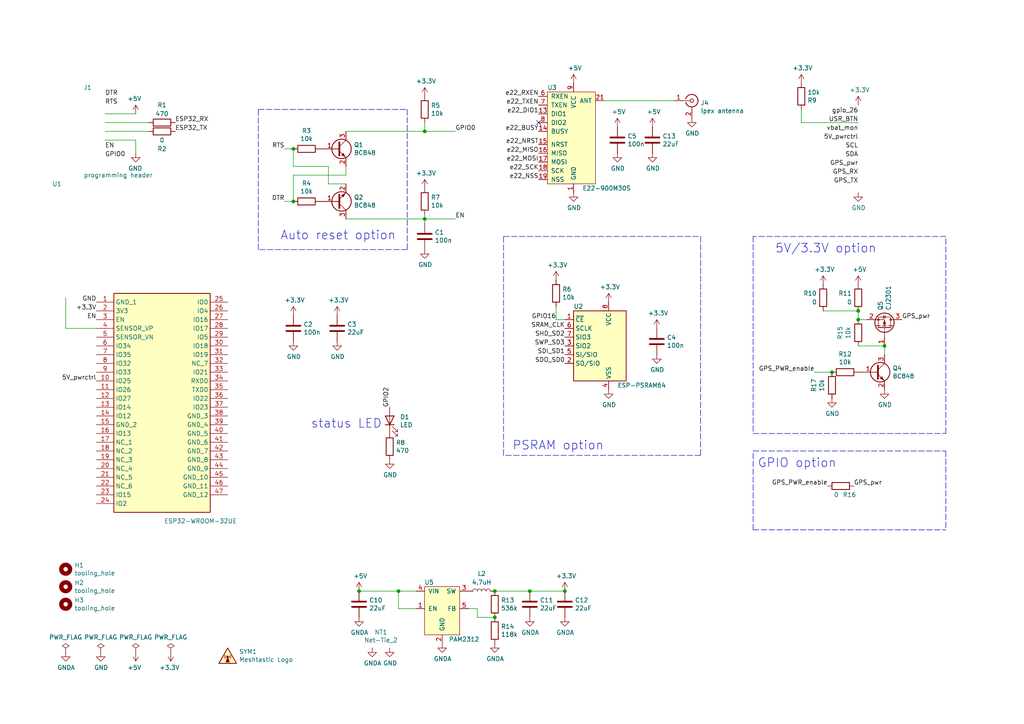
<source format=kicad_sch>
(kicad_sch (version 20231120) (generator "eeschema") (generator_version "8.0")
  (paper "A4")
  (title_block (title "Meshtastic DIY 1W board") (date "2022-01-06") (rev "2.1"))
  (lib_symbols
    (symbol "Connector:Conn_Coaxial" (pin_names (offset 1.016) hide)
      (property "Reference" "J" (at 0.254 3.048 0))
      (property "Value" "Conn_Coaxial" (at 2.921 0 90))
      (symbol "Conn_Coaxial_0_1"
        (arc (start -1.778 -0.508) (mid 0.2311 -1.8066) (end 1.778 0) (stroke (width 0.254)))
        (polyline (pts (xy -2.54 0) (xy -0.508 0)))
        (polyline (pts (xy 0 -2.54) (xy 0 -1.778)))
        (circle (center 0 0) (radius 0.508) (stroke (width 0.2032)))
        (arc (start 1.778 0) (mid 0.2099 1.8101) (end -1.778 0.508) (stroke (width 0.254)))
      )
      (symbol "Conn_Coaxial_1_1"
        (pin passive line (at -5.08 0 0) (length 2.54) (name "In") (number "1"))
        (pin passive line (at 0 -5.08 90) (length 2.54) (name "Ext") (number "2"))
      )
    )
    (symbol "Device:C" (pin_numbers hide) (pin_names (offset 0.254))
      (property "Reference" "C" (at 0.635 2.54 0))
      (property "Value" "C" (at 0.635 -2.54 0))
      (symbol "C_0_1"
        (polyline (pts (xy -2.032 -0.762) (xy 2.032 -0.762)) (stroke (width 0.508)))
        (polyline (pts (xy -2.032 0.762) (xy 2.032 0.762)) (stroke (width 0.508)))
      )
      (symbol "C_1_1"
        (pin passive line (at 0 3.81 270) (length 2.794) (name "~") (number "1"))
        (pin passive line (at 0 -3.81 90) (length 2.794) (name "~") (number "2"))
      )
    )
    (symbol "Device:L" (pin_numbers hide) (pin_names (offset 1.016) hide)
      (property "Reference" "L2" (at 5.08 0 90))
      (property "Value" "4.7uH" (at 2.54 0 90))
      (symbol "L_0_1"
        (arc (start 0 -2.54) (mid 0.6323 -1.905) (end 0 -1.27))
        (arc (start 0 -1.27) (mid 0.6323 -0.635) (end 0 0))
        (arc (start 0 0) (mid 0.6323 0.635) (end 0 1.27))
        (arc (start 0 1.27) (mid 0.6323 1.905) (end 0 2.54))
      )
      (symbol "L_1_1"
        (pin passive line (at 0 3.81 270) (length 1.27) (name "1") (number "1"))
        (pin passive line (at 0 -3.81 90) (length 1.27) (name "2") (number "2"))
      )
    )
    (symbol "Device:LED" (pin_numbers hide) (pin_names (offset 1.016) hide)
      (property "Reference" "D" (at 0 2.54 0))
      (property "Value" "LED" (at 0 -2.54 0))
      (symbol "LED_0_1"
        (polyline (pts (xy -1.27 -1.27) (xy -1.27 1.27)) (stroke (width 0.254)))
        (polyline (pts (xy -1.27 0) (xy 1.27 0)))
        (polyline (pts (xy 1.27 -1.27) (xy 1.27 1.27) (xy -1.27 0) (xy 1.27 -1.27)) (stroke (width 0.254)))
        (polyline (pts (xy -3.048 -0.762) (xy -4.572 -2.286) (xy -3.81 -2.286) (xy -4.572 -2.286) (xy -4.572 -1.524)))
        (polyline (pts (xy -1.778 -0.762) (xy -3.302 -2.286) (xy -2.54 -2.286) (xy -3.302 -2.286) (xy -3.302 -1.524)))
      )
      (symbol "LED_1_1"
        (pin passive line (at -3.81 0 0) (length 2.54) (name "K") (number "1"))
        (pin passive line (at 3.81 0 180) (length 2.54) (name "A") (number "2"))
      )
    )
    (symbol "Device:Q_PMOS_GSD" (pin_names (offset 0) hide)
      (property "Reference" "Q" (at 5.08 1.27 0))
      (property "Value" "Q_PMOS_GSD" (at 5.08 -1.27 0))
      (symbol "Q_PMOS_GSD_0_1"
        (polyline (pts (xy 0.254 0) (xy -2.54 0)))
        (polyline (pts (xy 0.254 1.905) (xy 0.254 -1.905)) (stroke (width 0.254)))
        (polyline (pts (xy 0.762 -1.27) (xy 0.762 -2.286)) (stroke (width 0.254)))
        (polyline (pts (xy 0.762 0.508) (xy 0.762 -0.508)) (stroke (width 0.254)))
        (polyline (pts (xy 0.762 2.286) (xy 0.762 1.27)) (stroke (width 0.254)))
        (polyline (pts (xy 2.54 2.54) (xy 2.54 1.778)))
        (polyline (pts (xy 2.54 -2.54) (xy 2.54 0) (xy 0.762 0)))
        (polyline (pts (xy 0.762 1.778) (xy 3.302 1.778) (xy 3.302 -1.778) (xy 0.762 -1.778)))
        (polyline (pts (xy 2.286 0) (xy 1.27 0.381) (xy 1.27 -0.381) (xy 2.286 0)) (fill (type outline)))
        (polyline (pts (xy 2.794 -0.508) (xy 2.921 -0.381) (xy 3.683 -0.381) (xy 3.81 -0.254)))
        (polyline (pts (xy 3.302 -0.381) (xy 2.921 0.254) (xy 3.683 0.254) (xy 3.302 -0.381)))
        (circle (center 1.651 0) (radius 2.794) (stroke (width 0.254)))
        (circle (center 2.54 -1.778) (radius 0.254) (fill (type outline)))
        (circle (center 2.54 1.778) (radius 0.254) (fill (type outline)))
      )
      (symbol "Q_PMOS_GSD_1_1"
        (pin input line (at -5.08 0 0) (length 2.54) (name "G") (number "1"))
        (pin passive line (at 2.54 -5.08 90) (length 2.54) (name "S") (number "2"))
        (pin passive line (at 2.54 5.08 270) (length 2.54) (name "D") (number "3"))
      )
    )
    (symbol "Device:R" (pin_numbers hide) (pin_names (offset 0))
      (property "Reference" "R" (at 2.032 0 90))
      (property "Value" "R" (at 0 0 90))
      (symbol "R_0_1"
        (rectangle (start -1.016 -2.54) (end 1.016 2.54) (stroke (width 0.254)))
      )
      (symbol "R_1_1"
        (pin passive line (at 0 3.81 270) (length 1.27) (name "~") (number "1"))
        (pin passive line (at 0 -3.81 90) (length 1.27) (name "~") (number "2"))
      )
    )
    (symbol "Graphic:SYM_Radio_Waves_Small" (in_bom no) (on_board no)
      (symbol "SYM_Radio_Waves_Small_0_1"
        (arc (start -0.762 0.508) (mid -0.9158 0) (end -0.762 -0.508))
        (arc (start -0.508 0.254) (mid -0.568 0) (end -0.508 -0.254))
        (polyline (pts (xy -2.54 -1.905) (xy 2.54 -1.905) (xy 0 2.54) (xy -2.54 -1.905)) (stroke (width 0.254)) (fill (type background)))
        (polyline (pts (xy -0.508 -1.524) (xy 0.508 -1.524) (xy 0 0) (xy -0.508 -1.524)) (fill (type outline)))
        (circle (center 0 0) (radius 0.254) (fill (type outline)))
        (arc (start 0.508 -0.254) (mid 0.568 0) (end 0.508 0.254))
        (arc (start 0.762 -0.508) (mid 0.9158 0) (end 0.762 0.508))
      )
    )
    (symbol "Mechanical:MountingHole" (pin_names (offset 1.016)) (exclude_from_sim yes) (in_bom no)
      (property "Reference" "H" (at 0 5.08 0))
      (property "Value" "MountingHole" (at 0 3.175 0))
      (symbol "MountingHole_0_1"
        (circle (center 0 0) (radius 1.27) (stroke (width 1.27)))
      )
    )
    (symbol "Memory_RAM:ESP-PSRAM32"
      (property "Reference" "U" (at 3.81 11.43 0))
      (property "Value" "ESP-PSRAM32" (at -1.27 -11.43 0))
      (symbol "ESP-PSRAM32_0_1"
        (rectangle (start -7.62 10.16) (end 7.62 -10.16) (stroke (width 0.254)) (fill (type background)))
      )
      (symbol "ESP-PSRAM32_1_1"
        (pin input line (at 10.16 7.62 180) (length 2.54) (name "~{CE}") (number "1"))
        (pin output line (at 10.16 -5.08 180) (length 2.54) (name "SO/SIO") (number "2"))
        (pin bidirectional line (at 10.16 0 180) (length 2.54) (name "SIO2") (number "3"))
        (pin power_in line (at -2.54 -12.7 90) (length 2.54) (name "VSS") (number "4"))
        (pin input line (at 10.16 -2.54 180) (length 2.54) (name "SI/SIO") (number "5"))
        (pin output line (at 10.16 5.08 180) (length 2.54) (name "SCLK") (number "6"))
        (pin bidirectional line (at 10.16 2.54 180) (length 2.54) (name "SIO3") (number "7"))
        (pin power_in line (at -2.54 12.7 270) (length 2.54) (name "VCC") (number "8"))
      )
    )
    (symbol "SamacSys_Parts:ESP32-WROOM-32UE-N8"
      (property "Reference" "IC" (at 34.29 7.62 0))
      (property "Value" "ESP32-WROOM-32UE-N8" (at 34.29 5.08 0))
      (symbol "ESP32-WROOM-32UE-N8_1_1"
        (rectangle (start 5.08 2.54) (end 33.02 -60.96) (stroke (width 0.254)) (fill (type background)))
        (pin passive line (at 0 0 0) (length 5.08) (name "GND_1") (number "1"))
        (pin passive line (at 0 -22.86 0) (length 5.08) (name "IO25") (number "10"))
        (pin passive line (at 0 -25.4 0) (length 5.08) (name "IO26") (number "11"))
        (pin passive line (at 0 -27.94 0) (length 5.08) (name "IO27") (number "12"))
        (pin passive line (at 0 -30.48 0) (length 5.08) (name "IO14") (number "13"))
        (pin passive line (at 0 -33.02 0) (length 5.08) (name "IO12") (number "14"))
        (pin passive line (at 0 -35.56 0) (length 5.08) (name "GND_2") (number "15"))
        (pin passive line (at 0 -38.1 0) (length 5.08) (name "IO13") (number "16"))
        (pin passive line (at 0 -40.64 0) (length 5.08) (name "NC_1") (number "17"))
        (pin passive line (at 0 -43.18 0) (length 5.08) (name "NC_2") (number "18"))
        (pin passive line (at 0 -45.72 0) (length 5.08) (name "NC_3") (number "19"))
        (pin passive line (at 0 -2.54 0) (length 5.08) (name "3V3") (number "2"))
        (pin passive line (at 0 -48.26 0) (length 5.08) (name "NC_4") (number "20"))
        (pin passive line (at 0 -50.8 0) (length 5.08) (name "NC_5") (number "21"))
        (pin passive line (at 0 -53.34 0) (length 5.08) (name "NC_6") (number "22"))
        (pin passive line (at 0 -55.88 0) (length 5.08) (name "IO15") (number "23"))
        (pin passive line (at 0 -58.42 0) (length 5.08) (name "IO2") (number "24"))
        (pin passive line (at 38.1 0 180) (length 5.08) (name "IO0") (number "25"))
        (pin passive line (at 38.1 -2.54 180) (length 5.08) (name "IO4") (number "26"))
        (pin passive line (at 38.1 -5.08 180) (length 5.08) (name "IO16") (number "27"))
        (pin passive line (at 38.1 -7.62 180) (length 5.08) (name "IO17") (number "28"))
        (pin passive line (at 38.1 -10.16 180) (length 5.08) (name "IO5") (number "29"))
        (pin passive line (at 0 -5.08 0) (length 5.08) (name "EN") (number "3"))
        (pin passive line (at 38.1 -12.7 180) (length 5.08) (name "IO18") (number "30"))
        (pin passive line (at 38.1 -15.24 180) (length 5.08) (name "IO19") (number "31"))
        (pin passive line (at 38.1 -17.78 180) (length 5.08) (name "NC_7") (number "32"))
        (pin passive line (at 38.1 -20.32 180) (length 5.08) (name "IO21") (number "33"))
        (pin passive line (at 38.1 -22.86 180) (length 5.08) (name "RXD0") (number "34"))
        (pin passive line (at 38.1 -25.4 180) (length 5.08) (name "TXD0") (number "35"))
        (pin passive line (at 38.1 -27.94 180) (length 5.08) (name "IO22") (number "36"))
        (pin passive line (at 38.1 -30.48 180) (length 5.08) (name "IO23") (number "37"))
        (pin passive line (at 38.1 -33.02 180) (length 5.08) (name "GND_3") (number "38"))
        (pin passive line (at 38.1 -35.56 180) (length 5.08) (name "GND_4") (number "39"))
        (pin passive line (at 0 -7.62 0) (length 5.08) (name "SENSOR_VP") (number "4"))
        (pin passive line (at 38.1 -38.1 180) (length 5.08) (name "GND_5") (number "40"))
        (pin passive line (at 38.1 -40.64 180) (length 5.08) (name "GND_6") (number "41"))
        (pin passive line (at 38.1 -43.18 180) (length 5.08) (name "GND_7") (number "42"))
        (pin passive line (at 38.1 -45.72 180) (length 5.08) (name "GND_8") (number "43"))
        (pin passive line (at 38.1 -48.26 180) (length 5.08) (name "GND_9") (number "44"))
        (pin passive line (at 38.1 -50.8 180) (length 5.08) (name "GND_10") (number "45"))
        (pin passive line (at 38.1 -53.34 180) (length 5.08) (name "GND_11") (number "46"))
        (pin passive line (at 38.1 -55.88 180) (length 5.08) (name "GND_12") (number "47"))
        (pin passive line (at 0 -10.16 0) (length 5.08) (name "SENSOR_VN") (number "5"))
        (pin passive line (at 0 -12.7 0) (length 5.08) (name "IO34") (number "6"))
        (pin passive line (at 0 -15.24 0) (length 5.08) (name "IO35") (number "7"))
        (pin passive line (at 0 -17.78 0) (length 5.08) (name "IO32") (number "8"))
        (pin passive line (at 0 -20.32 0) (length 5.08) (name "IO33") (number "9"))
      )
    )
    (symbol "Transistor_BJT:BC848" (pin_names (offset 0) hide)
      (property "Reference" "Q" (at 5.08 1.905 0))
      (property "Value" "BC848" (at 5.08 0 0))
      (symbol "BC848_0_1"
        (polyline (pts (xy 0.635 0.635) (xy 2.54 2.54)))
        (polyline (pts (xy 0.635 -0.635) (xy 2.54 -2.54) (xy 2.54 -2.54)))
        (polyline (pts (xy 0.635 1.905) (xy 0.635 -1.905) (xy 0.635 -1.905)) (stroke (width 0.508)))
        (polyline (pts (xy 1.27 -1.778) (xy 1.778 -1.27) (xy 2.286 -2.286) (xy 1.27 -1.778) (xy 1.27 -1.778)) (fill (type outline)))
        (circle (center 1.27 0) (radius 2.8194) (stroke (width 0.254)))
      )
      (symbol "BC848_1_1"
        (pin input line (at -5.08 0 0) (length 5.715) (name "B") (number "1"))
        (pin passive line (at 2.54 -5.08 90) (length 2.54) (name "E") (number "2"))
        (pin passive line (at 2.54 5.08 270) (length 2.54) (name "C") (number "3"))
      )
    )
    (symbol "custom_parts:E22-900M30S" (pin_names (offset 1.016))
      (property "Reference" "U" (at 5.08 13.97 0))
      (property "Value" "E22-900M30S" (at 5.08 -6.35 90))
      (symbol "E22-900M30S_0_1"
        (rectangle (start -7.62 12.7) (end 6.35 -13.97) (fill (type background)))
      )
      (symbol "E22-900M30S_1_1"
        (pin power_in line (at 0 -16.51 90) (length 2.54) (name "GND") (number "1"))
        (pin power_in line (at 0 15.24 270) (length 2.54) hide (name "VCC") (number "10"))
        (pin power_in line (at 0 -16.51 90) (length 2.54) hide (name "GND") (number "11"))
        (pin power_in line (at 0 -16.51 90) (length 2.54) hide (name "GND") (number "12"))
        (pin bidirectional line (at -10.16 6.35 0) (length 2.54) (name "DIO1") (number "13"))
        (pin output line (at -10.16 1.27 0) (length 2.54) (name "BUSY") (number "14"))
        (pin input line (at -10.16 -2.54 0) (length 2.54) (name "NRST") (number "15"))
        (pin output line (at -10.16 -5.08 0) (length 2.54) (name "MISO") (number "16"))
        (pin input line (at -10.16 -7.62 0) (length 2.54) (name "MOSI") (number "17"))
        (pin input line (at -10.16 -10.16 0) (length 2.54) (name "SCK") (number "18"))
        (pin input line (at -10.16 -12.7 0) (length 2.54) (name "NSS") (number "19"))
        (pin power_in line (at 0 -16.51 90) (length 2.54) hide (name "GND") (number "2"))
        (pin power_in line (at 0 -16.51 90) (length 2.54) hide (name "GND") (number "20"))
        (pin power_out line (at 8.89 10.16 180) (length 2.54) (name "ANT") (number "21"))
        (pin power_in line (at 0 -16.51 90) (length 2.54) hide (name "GND") (number "22"))
        (pin power_in line (at 0 -16.51 90) (length 2.54) hide (name "GND") (number "3"))
        (pin power_in line (at 0 -16.51 90) (length 2.54) hide (name "GND") (number "4"))
        (pin power_in line (at 0 -16.51 90) (length 2.54) hide (name "GND") (number "5"))
        (pin input line (at -10.16 11.43 0) (length 2.54) (name "RXEN") (number "6"))
        (pin input line (at -10.16 8.89 0) (length 2.54) (name "TXEN") (number "7"))
        (pin bidirectional line (at -10.16 3.81 0) (length 2.54) (name "DIO2") (number "8"))
        (pin power_in line (at 0 15.24 270) (length 2.54) (name "VCC") (number "9"))
      )
    )
    (symbol "custom_parts:PAM2312" (pin_names (offset 1.016))
      (property "Reference" "U" (at -3.81 12.7 0))
      (property "Value" "PAM2312" (at 6.35 -5.08 0))
      (symbol "PAM2312_0_1"
        (rectangle (start -5.08 10.16) (end 5.08 -3.81) (fill (type background)))
      )
      (symbol "PAM2312_1_1"
        (pin input line (at -7.62 3.81 0) (length 2.54) (name "EN") (number "1"))
        (pin power_in line (at 0 -6.35 90) (length 2.54) (name "GND") (number "2"))
        (pin output line (at 7.62 8.89 180) (length 2.54) (name "SW") (number "3"))
        (pin power_in line (at -7.62 8.89 0) (length 2.54) (name "VIN") (number "4"))
        (pin input line (at 7.62 3.81 180) (length 2.54) (name "FB") (number "5"))
      )
    )
    (symbol "power:+3.3V" (power) (pin_numbers hide) (pin_names (offset 0) hide)
      (property "Value" "+3.3V" (at 0 3.556 0))
      (symbol "+3.3V_0_1"
        (polyline (pts (xy -0.762 1.27) (xy 0 2.54)))
        (polyline (pts (xy 0 0) (xy 0 2.54)))
        (polyline (pts (xy 0 2.54) (xy 0.762 1.27)))
      )
      (symbol "+3.3V_1_1"
        (pin power_in line (at 0 0 90) (length 0) (name "~") (number "1"))
      )
    )
    (symbol "power:+5V" (power) (pin_numbers hide) (pin_names (offset 0) hide)
      (property "Value" "+5V" (at 0 3.556 0))
      (symbol "+5V_0_1"
        (polyline (pts (xy -0.762 1.27) (xy 0 2.54)))
        (polyline (pts (xy 0 0) (xy 0 2.54)))
        (polyline (pts (xy 0 2.54) (xy 0.762 1.27)))
      )
      (symbol "+5V_1_1"
        (pin power_in line (at 0 0 90) (length 0) (name "~") (number "1"))
      )
    )
    (symbol "power:GND" (power) (pin_numbers hide) (pin_names (offset 0) hide)
      (property "Value" "GND" (at 0 -3.81 0))
      (symbol "GND_0_1"
        (polyline (pts (xy 0 0) (xy 0 -1.27) (xy 1.27 -1.27) (xy 0 -2.54) (xy -1.27 -1.27) (xy 0 -1.27)))
      )
      (symbol "GND_1_1"
        (pin power_in line (at 0 0 270) (length 0) (name "~") (number "1"))
      )
    )
    (symbol "power:GNDA" (power) (pin_numbers hide) (pin_names (offset 0) hide)
      (property "Value" "GNDA" (at 0 -3.81 0))
      (symbol "GNDA_0_1"
        (polyline (pts (xy 0 0) (xy 0 -1.27) (xy 1.27 -1.27) (xy 0 -2.54) (xy -1.27 -1.27) (xy 0 -1.27)))
      )
      (symbol "GNDA_1_1"
        (pin power_in line (at 0 0 270) (length 0) (name "~") (number "1"))
      )
    )
    (symbol "power:PWR_FLAG" (power) (pin_numbers hide) (pin_names (offset 0) hide)
      (property "Value" "PWR_FLAG" (at 0 3.81 0))
      (symbol "PWR_FLAG_0_0"
        (pin power_out line (at 0 0 90) (length 0) (name "~") (number "1"))
      )
      (symbol "PWR_FLAG_0_1"
        (polyline (pts (xy 0 0) (xy 0 1.27) (xy -1.016 1.905) (xy 0 2.54) (xy 1.016 1.905) (xy 0 1.27)))
      )
    )
  )
  (junction (at 115.57 171.45))
  (junction (at 163.83 171.45))
  (junction (at 143.51 179.07))
  (junction (at 256.54 100.33))
  (junction (at 85.09 58.42))
  (junction (at 123.19 63.5))
  (junction (at 153.67 171.45))
  (junction (at 85.09 43.18))
  (junction (at 248.92 90.17))
  (junction (at 123.19 38.1))
  (junction (at 248.92 92.71))
  (junction (at 143.51 171.45))
  (junction (at 241.3 107.95))
  (junction (at 104.14 171.45))
  (no_connect (at 156.21 35.56))
  (wire (pts (xy 132.08 38.1) (xy 123.19 38.1)))
  (polyline (pts (xy 203.2 132.08) (xy 146.05 132.08)) (stroke (width 0) (type dash)))
  (wire (pts (xy 248.92 35.56) (xy 232.41 35.56)))
  (polyline (pts (xy 218.44 130.81) (xy 274.32 130.81)) (stroke (width 0) (type dash)))
  (wire (pts (xy 27.94 95.25) (xy 19.05 95.25)))
  (wire (pts (xy 123.19 63.5) (xy 132.08 63.5)))
  (wire (pts (xy 82.55 58.42) (xy 85.09 58.42)))
  (wire (pts (xy 236.22 107.95) (xy 241.3 107.95)))
  (polyline (pts (xy 203.2 68.58) (xy 203.2 132.08)) (stroke (width 0) (type dash)))
  (polyline (pts (xy 274.32 68.58) (xy 218.44 68.58)) (stroke (width 0) (type dash)))
  (wire (pts (xy 82.55 43.18) (xy 85.09 43.18)))
  (wire (pts (xy 138.43 176.53) (xy 138.43 179.07)))
  (wire (pts (xy 85.09 50.8) (xy 85.09 58.42)))
  (wire (pts (xy 123.19 62.23) (xy 123.19 63.5)))
  (wire (pts (xy 85.09 48.26) (xy 95.25 48.26)))
  (wire (pts (xy 95.25 48.26) (xy 95.25 53.34)))
  (wire (pts (xy 248.92 100.33) (xy 256.54 100.33)))
  (polyline (pts (xy 146.05 132.08) (xy 146.05 68.58)) (stroke (width 0) (type dash)))
  (wire (pts (xy 85.09 43.18) (xy 85.09 48.26)))
  (wire (pts (xy 30.48 38.1) (xy 43.18 38.1)))
  (wire (pts (xy 153.67 171.45) (xy 163.83 171.45)))
  (wire (pts (xy 115.57 176.53) (xy 115.57 171.45)))
  (wire (pts (xy 100.33 48.26) (xy 100.33 50.8)))
  (wire (pts (xy 85.09 50.8) (xy 100.33 50.8)))
  (wire (pts (xy 39.37 40.64) (xy 30.48 40.64)))
  (wire (pts (xy 115.57 171.45) (xy 120.65 171.45)))
  (wire (pts (xy 232.41 31.75) (xy 232.41 35.56)))
  (wire (pts (xy 238.76 90.17) (xy 248.92 90.17)))
  (wire (pts (xy 161.29 88.9) (xy 161.29 92.71)))
  (wire (pts (xy 123.19 38.1) (xy 123.19 35.56)))
  (wire (pts (xy 100.33 38.1) (xy 123.19 38.1)))
  (wire (pts (xy 175.26 29.21) (xy 195.58 29.21)))
  (polyline (pts (xy 218.44 68.58) (xy 218.44 125.73)) (stroke (width 0) (type dash)))
  (wire (pts (xy 120.65 176.53) (xy 115.57 176.53)))
  (wire (pts (xy 256.54 100.33) (xy 256.54 102.87)))
  (wire (pts (xy 30.48 35.56) (xy 43.18 35.56)))
  (wire (pts (xy 104.14 171.45) (xy 115.57 171.45)))
  (polyline (pts (xy 74.93 72.39) (xy 74.93 31.75)) (stroke (width 0) (type dash)))
  (wire (pts (xy 19.05 86.36) (xy 19.05 95.25)))
  (polyline (pts (xy 218.44 125.73) (xy 274.32 125.73)) (stroke (width 0) (type dash)))
  (wire (pts (xy 143.51 171.45) (xy 153.67 171.45)))
  (wire (pts (xy 95.25 53.34) (xy 100.33 53.34)))
  (polyline (pts (xy 274.32 130.81) (xy 274.32 153.67)) (stroke (width 0) (type dash)))
  (wire (pts (xy 39.37 33.02) (xy 30.48 33.02)))
  (wire (pts (xy 100.33 63.5) (xy 123.19 63.5)))
  (wire (pts (xy 163.83 92.71) (xy 161.29 92.71)))
  (polyline (pts (xy 146.05 68.58) (xy 203.2 68.58)) (stroke (width 0) (type dash)))
  (wire (pts (xy 39.37 44.45) (xy 39.37 40.64)))
  (wire (pts (xy 138.43 179.07) (xy 143.51 179.07)))
  (wire (pts (xy 123.19 63.5) (xy 123.19 64.77)))
  (polyline (pts (xy 218.44 153.67) (xy 274.32 153.67)) (stroke (width 0) (type dash)))
  (wire (pts (xy 135.89 176.53) (xy 138.43 176.53)))
  (polyline (pts (xy 274.32 125.73) (xy 274.32 68.58)) (stroke (width 0) (type dash)))
  (polyline (pts (xy 118.11 31.75) (xy 118.11 72.39)) (stroke (width 0) (type dash)))
  (polyline (pts (xy 218.44 153.67) (xy 218.44 130.81)) (stroke (width 0) (type dash)))
  (wire (pts (xy 248.92 92.71) (xy 251.46 92.71)))
  (wire (pts (xy 248.92 90.17) (xy 248.92 92.71)))
  (polyline (pts (xy 74.93 31.75) (xy 118.11 31.75)) (stroke (width 0) (type dash)))
  (polyline (pts (xy 118.11 72.39) (xy 74.93 72.39)) (stroke (width 0) (type dash)))
  (text "GPIO option" (at 219.71 135.89 0) (effects (font (size 2.54 2.54)) (justify left bottom)))
  (text "PSRAM option" (at 148.59 130.81 0) (effects (font (size 2.54 2.54)) (justify left bottom)))
  (text "Auto reset option" (at 81.28 69.85 0) (effects (font (size 2.54 2.54)) (justify left bottom)))
  (text "5V/3.3V option" (at 224.79 73.66 0) (effects (font (size 2.54 2.54)) (justify left bottom)))
  (text "status LED\n" (at 90.17 124.46 0) (effects (font (size 2.54 2.54)) (justify left bottom)))
  (label "GPS_RX" (at 248.92 50.8 180))
  (label "e22_RXEN" (at 156.21 27.94 180))
  (label "GPS_TX" (at 248.92 53.34 180))
  (label "GPS_PWR_enable" (at 240.03 140.97 180))
  (label "e22_NRST" (at 156.21 41.91 180))
  (label "gpio_26" (at 248.92 33.02 180))
  (label "e22_TXEN" (at 156.21 30.48 180))
  (label "e22_BUSY" (at 156.21 38.1 180))
  (label "e22_MISO" (at 156.21 44.45 180))
  (label "SDI_SD1" (at 163.83 102.87 180))
  (label "+3.3V" (at 27.94 90.17 180))
  (label "SDO_SD0" (at 163.83 105.41 180))
  (label "GPS_PWR_enable" (at 236.22 107.95 180))
  (label "GPIO16" (at 161.29 92.71 180))
  (label "vbat_mon" (at 248.92 38.1 180))
  (label "ESP32_RX" (at 50.8 35.56 0))
  (label "e22_NSS" (at 156.21 52.07 180))
  (label "e22_DIO1" (at 156.21 33.02 180))
  (label "EN" (at 30.48 43.18 0))
  (label "GPIO2" (at 113.03 118.11 90))
  (label "EN" (at 27.94 92.71 180))
  (label "RTS" (at 82.55 43.18 180))
  (label "EN" (at 132.08 63.5 0))
  (label "SHD_SD2" (at 163.83 97.79 180))
  (label "GPS_pwr" (at 248.92 48.26 180))
  (label "5V_pwrctrl" (at 248.92 40.64 180))
  (label "5V_pwrctrl" (at 27.94 110.49 180))
  (label "GND" (at 27.94 87.63 180))
  (label "SDA" (at 248.92 45.72 180))
  (label "RTS" (at 30.48 30.48 0))
  (label "GPS_pwr" (at 247.65 140.97 0))
  (label "e22_SCK" (at 156.21 49.53 180))
  (label "GPIO0" (at 132.08 38.1 0))
  (label "e22_MOSI" (at 156.21 46.99 180))
  (label "DTR" (at 30.48 27.94 0))
  (label "USR_BTN" (at 248.92 35.56 180))
  (label "ESP32_TX" (at 50.8 38.1 0))
  (label "SCL" (at 248.92 43.18 180))
  (label "DTR" (at 82.55 58.42 180))
  (label "GPS_pwr" (at 261.62 92.71 0))
  (label "SRAM_CLK" (at 163.83 95.25 180))
  (label "GPIO0" (at 30.48 45.72 0))
  (label "SWP_SD3" (at 163.83 100.33 180))
  (symbol (lib_id "SamacSys_Parts:ESP32-WROOM-32UE-N8") (at 27.94 87.63 0) (unit 1)
    (property "Reference" "U1" (at 16.51 53.34 0))
    (property "Value" "ESP32-WROOM-32UE" (at 58.166 151.13 0))
    (property "Footprint" "ESP32WROOM32UEN8" (effects (hide yes)))
    (property "Datasheet" "https://www.espressif.com/sites/default/files/documentation/esp32-wroom-32e_esp32-wroom-32ue_datasheet_en.pdf" (effects (hide yes)))
    (property "Description" "Multiprotocol Modules SMD module ESP32-WROOM-32UE, ESP32-D0WD-V3, ESP32 ECO V3, 8 MB SPI flash, IPEX antenna connector" (effects (hide yes)))
    (property "LCSC#" "C328062" (effects (hide yes)))
    (property "Height" "3.35" (effects (hide yes)))
    (property "Manufacturer_Name" "Espressif Systems" (effects (hide yes)))
    (property "Manufacturer_Part_Number" "ESP32-WROOM-32UE-N8" (effects (hide yes)))
    (property "Mouser Part Number" "356-ESP32WRM32UE64UH" (effects (hide yes)))
    (property "Mouser Price/Stock" "https://www.mouser.co.uk/ProductDetail/Espressif-Systems/ESP32-WROOM-32UE-N8?qs=Li%252BoUPsLEntX6CSaKZB9vw%3D%3D" (effects (hide yes)))
  )
  (symbol (lib_id "Memory_RAM:ESP-PSRAM32") (at 173.99 100.33 0) (mirror y) (unit 1)
    (property "Reference" "U2" (at 166.37 88.9 0) (effects (justify right)))
    (property "Value" "ESP-PSRAM64" (at 179.07 111.76 0) (effects (justify right)))
    (property "Footprint" "Package_SO:SOIC-8_3.9x4.9mm_P1.27mm" (effects (hide yes)))
    (property "LCSC#" "C261881" (effects (hide yes)))
    (property "Config" "-core,-autoprog" (effects (hide yes)))
  )
  (symbol (lib_id "Device:R") (at 161.29 85.09 180) (unit 1)
    (property "Reference" "R6" (at 163.068 83.9216 0) (effects (justify right)))
    (property "Value" "10k" (at 163.068 86.233 0) (effects (justify right)))
    (property "Footprint" "Resistor_SMD:R_0603_1608Metric" (effects (hide yes)))
    (property "LCSC#" "C98220" (effects (hide yes)))
    (property "Config" "-core,-autoprog" (effects (hide yes)))
  )
  (symbol (lib_id "power:+3.3V") (at 161.29 81.28 0) (unit 1)
    (property "Reference" "#PWR05" (effects (hide yes)))
    (property "Value" "+3.3V" (at 161.671 76.8858 0))
  )
  (symbol (lib_id "power:+3.3V") (at 176.53 87.63 0) (unit 1)
    (property "Reference" "#PWR08" (effects (hide yes)))
    (property "Value" "+3.3V" (at 176.911 83.2358 0))
  )
  (symbol (lib_id "power:GND") (at 176.53 113.03 0) (unit 1)
    (property "Reference" "#PWR09" (effects (hide yes)))
    (property "Value" "GND" (at 176.657 117.4242 0))
  )
  (symbol (lib_id "power:GND") (at 166.37 55.88 0) (unit 1)
    (property "Reference" "#PWR014" (effects (hide yes)))
    (property "Value" "GND" (at 166.497 60.2742 0))
  )
  (symbol (lib_id "power:+5V") (at 166.37 24.13 0) (unit 1)
    (property "Reference" "#PWR013" (effects (hide yes)))
    (property "Value" "+5V" (at 166.751 19.7358 0))
  )
  (symbol (lib_id "custom_parts:E22-900M30S") (at 166.37 39.37 0) (unit 1)
    (property "Reference" "U3" (at 158.75 25.4 0) (effects (justify left)))
    (property "Value" "E22-900M30S" (at 168.91 54.61 0) (effects (justify left)))
    (property "Footprint" "meshtastic-diy 1W:e22-900m30s-handsoldering" (effects (hide yes)))
    (property "Datasheet" "https://www.ebyte.com/en/downpdf.aspx?id=453" (effects (hide yes)))
    (property "LCSC#" "C411294" (effects (hide yes)))
  )
  (symbol (lib_id "Transistor_BJT:BC848") (at 97.79 43.18 0) (unit 1)
    (property "Reference" "Q1" (at 102.6414 42.0116 0) (effects (justify left)))
    (property "Value" "BC848" (at 102.6414 44.323 0) (effects (justify left)))
    (property "Footprint" "Package_TO_SOT_SMD:SOT-23" (effects (hide yes)))
    (property "Datasheet" "http://www.infineon.com/dgdl/Infineon-BC847SERIES_BC848SERIES_BC849SERIES_BC850SERIES-DS-v01_01-en.pdf?fileId=db3a304314dca389011541d4630a1657" (effects (hide yes)))
    (property "LCSC#" "C8577" (effects (hide yes)))
    (property "Config" "-core,-psram" (effects (hide yes)))
  )
  (symbol (lib_id "Transistor_BJT:BC848") (at 97.79 58.42 0) (mirror x) (unit 1)
    (property "Reference" "Q2" (at 102.6414 57.2516 0) (effects (justify left)))
    (property "Value" "BC848" (at 102.6414 59.563 0) (effects (justify left)))
    (property "Footprint" "Package_TO_SOT_SMD:SOT-23" (effects (hide yes)))
    (property "Datasheet" "http://www.infineon.com/dgdl/Infineon-BC847SERIES_BC848SERIES_BC849SERIES_BC850SERIES-DS-v01_01-en.pdf?fileId=db3a304314dca389011541d4630a1657" (effects (hide yes)))
    (property "LCSC#" "C8577" (effects (hide yes)))
    (property "Config" "-core,-psram" (effects (hide yes)))
  )
  (symbol (lib_id "Device:R") (at 88.9 43.18 90) (unit 1)
    (property "Reference" "R3" (at 88.9 37.9222 90))
    (property "Value" "10k" (at 88.9 40.2336 90))
    (property "Footprint" "Resistor_SMD:R_0603_1608Metric" (effects (hide yes)))
    (property "LCSC#" "C98220" (effects (hide yes)))
    (property "Config" "-core,-psram" (effects (hide yes)))
  )
  (symbol (lib_id "Device:R") (at 88.9 58.42 90) (unit 1)
    (property "Reference" "R4" (at 88.9 53.1622 90))
    (property "Value" "10k" (at 88.9 55.4736 90))
    (property "Footprint" "Resistor_SMD:R_0603_1608Metric" (effects (hide yes)))
    (property "LCSC#" "C98220" (effects (hide yes)))
    (property "Config" "-core,-psram" (effects (hide yes)))
  )
  (symbol (lib_id "Device:R") (at 123.19 31.75 180) (unit 1)
    (property "Reference" "R5" (at 124.968 30.5816 0) (effects (justify right)))
    (property "Value" "10k" (at 124.968 32.893 0) (effects (justify right)))
    (property "Footprint" "Resistor_SMD:R_0603_1608Metric" (effects (hide yes)))
    (property "LCSC#" "C98220" (effects (hide yes)))
  )
  (symbol (lib_id "power:+3.3V") (at 123.19 27.94 0) (unit 1)
    (property "Reference" "#PWR04" (effects (hide yes)))
    (property "Value" "+3.3V" (at 123.571 23.5458 0))
  )
  (symbol (lib_id "Device:R") (at 123.19 58.42 0) (mirror y) (unit 1)
    (property "Reference" "R7" (at 124.968 57.2516 0) (effects (justify right)))
    (property "Value" "10k" (at 124.968 59.563 0) (effects (justify right)))
    (property "Footprint" "Resistor_SMD:R_0603_1608Metric" (effects (hide yes)))
    (property "LCSC#" "C98220" (effects (hide yes)))
  )
  (symbol (lib_id "Device:C") (at 123.19 68.58 0) (unit 1)
    (property "Reference" "C1" (at 126.111 67.4116 0) (effects (justify left)))
    (property "Value" "100n" (at 126.111 69.723 0) (effects (justify left)))
    (property "Footprint" "Capacitor_SMD:C_0603_1608Metric" (effects (hide yes)))
    (property "LCSC#" "C519438" (effects (hide yes)))
  )
  (symbol (lib_id "power:+3.3V") (at 123.19 54.61 0) (unit 1)
    (property "Reference" "#PWR06" (effects (hide yes)))
    (property "Value" "+3.3V" (at 123.571 50.2158 0))
  )
  (symbol (lib_id "Device:R") (at 113.03 129.54 0) (unit 1)
    (property "Reference" "R8" (at 114.808 128.3716 0) (effects (justify left)))
    (property "Value" "470" (at 114.808 130.683 0) (effects (justify left)))
    (property "Footprint" "Resistor_SMD:R_0603_1608Metric" (effects (hide yes)))
    (property "LCSC#" "C23179" (effects (hide yes)))
  )
  (symbol (lib_id "power:GND") (at 113.03 133.35 0) (unit 1)
    (property "Reference" "#PWR010" (effects (hide yes)))
    (property "Value" "GND" (at 113.157 137.7442 0))
  )
  (symbol (lib_id "Device:LED") (at 113.03 121.92 90) (unit 1)
    (property "Reference" "D1" (at 116.0272 120.9294 90) (effects (justify right)))
    (property "Value" "LED" (at 116.0272 123.2408 90) (effects (justify right)))
    (property "Footprint" "LED_SMD:LED_0603_1608Metric" (effects (hide yes)))
    (property "LCSC#" "C434421" (effects (hide yes)))
  )
  (symbol (lib_id "Device:R") (at 46.99 35.56 270) (unit 1)
    (property "Reference" "R1" (at 46.99 30.48 90))
    (property "Value" "470" (at 46.99 33.02 90))
    (property "Footprint" "Resistor_SMD:R_0603_1608Metric" (effects (hide yes)))
    (property "LCSC#" "C23179" (effects (hide yes)))
  )
  (symbol (lib_id "Device:R") (at 46.99 38.1 270) (mirror x) (unit 1)
    (property "Reference" "R2" (at 46.99 43.18 90))
    (property "Value" "0" (at 46.99 40.64 90))
    (property "Footprint" "Resistor_SMD:R_0603_1608Metric" (effects (hide yes)))
    (property "LCSC#" "C15402" (effects (hide yes)))
  )
  (symbol (lib_id "Connector:Conn_01x08_Female") (at 25.4 35.56 0) (mirror y) (unit 1)
    (property "Reference" "J1" (at 25.4 25.4 0))
    (property "Value" "programming header" (at 34.29 50.8 0))
    (property "Footprint" "Connector_PinHeader_2.54mm:PinHeader_1x08_P2.54mm_Vertical" (effects (hide yes)))
  )
  (symbol (lib_id "power:GND") (at 39.37 44.45 0) (mirror y) (unit 1)
    (property "Reference" "#PWR02" (effects (hide yes)))
    (property "Value" "GND" (at 39.243 48.8442 0))
  )
  (symbol (lib_id "Device:R") (at 232.41 27.94 180) (unit 1)
    (property "Reference" "R9" (at 234.188 29.1084 0) (effects (justify right)))
    (property "Value" "10k" (at 234.188 26.797 0) (effects (justify right)))
    (property "Footprint" "Resistor_SMD:R_0603_1608Metric" (effects (hide yes)))
    (property "LCSC#" "C98220" (effects (hide yes)))
  )
  (symbol (lib_id "power:+3.3V") (at 232.41 24.13 0) (unit 1)
    (property "Reference" "#PWR012" (effects (hide yes)))
    (property "Value" "+3.3V" (at 232.791 19.7358 0))
  )
  (symbol (lib_id "power:GND") (at 123.19 72.39 0) (unit 1)
    (property "Reference" "#PWR07" (effects (hide yes)))
    (property "Value" "GND" (at 123.317 76.7842 0))
  )
  (symbol (lib_id "Connector:Conn_Coaxial") (at 200.66 29.21 0) (unit 1)
    (property "Reference" "J4" (at 203.2 29.845 0) (effects (justify left)))
    (property "Value" "ipex antenna" (at 203.2 32.1564 0) (effects (justify left)))
    (property "Footprint" "meshtastic-diy 1W:U.FL_Molex_MCRF_73412-0110_horizontal" (effects (hide yes)))
    (property "Datasheet" " ~" (effects (hide yes)))
    (property "LCSC#" " C882052" (effects (hide yes)))
  )
  (symbol (lib_id "Device:C") (at 85.09 95.25 0) (unit 1)
    (property "Reference" "C2" (at 88.011 94.0816 0) (effects (justify left)))
    (property "Value" "100n" (at 88.011 96.393 0) (effects (justify left)))
    (property "Footprint" "Capacitor_SMD:C_0603_1608Metric" (effects (hide yes)))
    (property "LCSC#" "C519438" (effects (hide yes)))
  )
  (symbol (lib_id "power:GND") (at 200.66 34.29 0) (unit 1)
    (property "Reference" "#PWR019" (effects (hide yes)))
    (property "Value" "GND" (at 200.787 38.6842 0))
  )
  (symbol (lib_id "power:GND") (at 85.09 99.06 0) (unit 1)
    (property "Reference" "#PWR021" (effects (hide yes)))
    (property "Value" "GND" (at 85.217 103.4542 0))
  )
  (symbol (lib_id "power:+3.3V") (at 85.09 91.44 0) (unit 1)
    (property "Reference" "#PWR020" (effects (hide yes)))
    (property "Value" "+3.3V" (at 85.471 87.0458 0))
  )
  (symbol (lib_id "power:GND") (at 97.79 99.06 0) (unit 1)
    (property "Reference" "#PWR023" (effects (hide yes)))
    (property "Value" "GND" (at 97.917 103.4542 0))
  )
  (symbol (lib_id "power:+3.3V") (at 97.79 91.44 0) (unit 1)
    (property "Reference" "#PWR022" (effects (hide yes)))
    (property "Value" "+3.3V" (at 98.171 87.0458 0))
  )
  (symbol (lib_id "Device:C") (at 190.5 99.06 0) (unit 1)
    (property "Reference" "C4" (at 193.421 97.8916 0) (effects (justify left)))
    (property "Value" "100n" (at 193.421 100.203 0) (effects (justify left)))
    (property "Footprint" "Capacitor_SMD:C_0603_1608Metric" (effects (hide yes)))
    (property "LCSC#" "C519438" (effects (hide yes)))
  )
  (symbol (lib_id "power:GND") (at 190.5 102.87 0) (unit 1)
    (property "Reference" "#PWR025" (effects (hide yes)))
    (property "Value" "GND" (at 190.627 107.2642 0))
  )
  (symbol (lib_id "power:+3.3V") (at 190.5 95.25 0) (unit 1)
    (property "Reference" "#PWR024" (effects (hide yes)))
    (property "Value" "+3.3V" (at 190.881 90.8558 0))
  )
  (symbol (lib_id "Device:C") (at 179.07 40.64 0) (unit 1)
    (property "Reference" "C5" (at 181.991 39.4716 0) (effects (justify left)))
    (property "Value" "100n" (at 181.991 41.783 0) (effects (justify left)))
    (property "Footprint" "Capacitor_SMD:C_0603_1608Metric" (effects (hide yes)))
    (property "LCSC#" "C519438" (effects (hide yes)))
  )
  (symbol (lib_id "power:GND") (at 179.07 44.45 0) (unit 1)
    (property "Reference" "#PWR027" (effects (hide yes)))
    (property "Value" "GND" (at 179.197 48.8442 0))
  )
  (symbol (lib_id "power:GNDA") (at 128.27 186.69 0) (unit 1)
    (property "Reference" "#PWR030" (effects (hide yes)))
    (property "Value" "GNDA" (at 128.397 191.0842 0))
  )
  (symbol (lib_id "power:GNDA") (at 143.51 186.69 0) (unit 1)
    (property "Reference" "#PWR031" (effects (hide yes)))
    (property "Value" "GNDA" (at 143.637 191.0842 0))
  )
  (symbol (lib_id "power:GNDA") (at 153.67 179.07 0) (unit 1)
    (property "Reference" "#PWR032" (effects (hide yes)))
    (property "Value" "GNDA" (at 153.797 183.4642 0))
  )
  (symbol (lib_id "power:GNDA") (at 163.83 179.07 0) (unit 1)
    (property "Reference" "#PWR033" (effects (hide yes)))
    (property "Value" "GNDA" (at 163.957 183.4642 0))
  )
  (symbol (lib_id "power:GNDA") (at 104.14 179.07 0) (unit 1)
    (property "Reference" "#PWR01" (effects (hide yes)))
    (property "Value" "GNDA" (at 104.267 183.4642 0))
  )
  (symbol (lib_id "power:GNDA") (at 107.95 187.96 0) (unit 1)
    (property "Reference" "#PWR028" (effects (hide yes)))
    (property "Value" "GNDA" (at 108.077 192.3542 0))
  )
  (symbol (lib_id "power:GND") (at 113.03 187.96 0) (unit 1)
    (property "Reference" "#PWR029" (effects (hide yes)))
    (property "Value" "GND" (at 113.157 192.3542 0))
  )
  (symbol (lib_id "Device:Net-Tie_2") (at 110.49 187.96 0) (unit 1)
    (property "Reference" "NT1" (at 110.49 183.3626 0))
    (property "Value" "Net-Tie_2" (at 110.49 185.674 0))
    (property "Footprint" "NetTie:NetTie-2_SMD_Pad0.5mm" (effects (hide yes)))
  )
  (symbol (lib_id "power:+3.3V") (at 163.83 171.45 0) (unit 1)
    (property "Reference" "#PWR026" (effects (hide yes)))
    (property "Value" "+3.3V" (at 164.211 167.0558 0))
  )
  (symbol (lib_id "Connector:Conn_01x11_Female") (at 254 43.18 0) (unit 1)
    (property "Reference" "J2" (at 254.7112 42.5196 0) (effects (justify left)))
    (property "Value" "oled/gps/external HW" (at 254.7112 44.831 0) (effects (justify left)))
    (property "Footprint" "Connector_PinHeader_2.54mm:PinHeader_1x11_P2.54mm_Vertical" (effects (hide yes)))
  )
  (symbol (lib_id "Device:L") (at 139.7 171.45 90) (unit 1)
    (property "Reference" "L2" (at 139.7 166.37 90))
    (property "Value" "4.7uH" (at 139.7 168.91 90))
    (property "Footprint" "meshtastic-diy 1W:chilsin_553-BMRA000404204R7MA" (effects (hide yes)))
    (property "LCSC#" "C136097" (effects (hide yes)))
  )
  (symbol (lib_id "custom_parts:PAM2312") (at 128.27 180.34 0) (unit 1)
    (property "Reference" "U5" (at 124.46 168.91 0))
    (property "Value" "PAM2312" (at 134.62 185.42 0))
    (property "Footprint" "Package_TO_SOT_SMD:SOT-23-5" (effects (hide yes)))
    (property "LCSC#" " C157537" (effects (hide yes)))
  )
  (symbol (lib_id "Device:R") (at 143.51 175.26 0) (unit 1)
    (property "Reference" "R13" (at 145.288 174.0916 0) (effects (justify left)))
    (property "Value" "536k" (at 145.288 176.403 0) (effects (justify left)))
    (property "Footprint" "Resistor_SMD:R_0603_1608Metric" (effects (hide yes)))
    (property "LCSC#" "C227955" (effects (hide yes)))
  )
  (symbol (lib_id "Device:R") (at 143.51 182.88 0) (unit 1)
    (property "Reference" "R14" (at 145.288 181.7116 0) (effects (justify left)))
    (property "Value" "118k" (at 145.288 184.023 0) (effects (justify left)))
    (property "Footprint" "Resistor_SMD:R_0603_1608Metric" (effects (hide yes)))
    (property "LCSC#" "C137804" (effects (hide yes)))
  )
  (symbol (lib_id "Device:C") (at 153.67 175.26 0) (unit 1)
    (property "Reference" "C11" (at 156.591 174.0916 0) (effects (justify left)))
    (property "Value" "22uF" (at 156.591 176.403 0) (effects (justify left)))
    (property "Footprint" "Capacitor_SMD:C_0603_1608Metric" (effects (hide yes)))
    (property "LCSC#" "C86295 " (effects (hide yes)))
  )
  (symbol (lib_id "Device:C") (at 163.83 175.26 0) (unit 1)
    (property "Reference" "C12" (at 166.751 174.0916 0) (effects (justify left)))
    (property "Value" "22uF" (at 166.751 176.403 0) (effects (justify left)))
    (property "Footprint" "Capacitor_SMD:C_0603_1608Metric" (effects (hide yes)))
    (property "LCSC#" "C86295 " (effects (hide yes)))
  )
  (symbol (lib_id "power:+3.3V") (at 248.92 30.48 0) (unit 1)
    (property "Reference" "#PWR0112" (effects (hide yes)))
    (property "Value" "+3.3V" (at 249.301 26.0858 0))
  )
  (symbol (lib_id "power:+5V") (at 104.14 171.45 0) (unit 1)
    (property "Reference" "#PWR0115" (effects (hide yes)))
    (property "Value" "+5V" (at 104.521 167.0558 0))
  )
  (symbol (lib_id "Device:C") (at 104.14 175.26 0) (unit 1)
    (property "Reference" "C10" (at 107.061 174.0916 0) (effects (justify left)))
    (property "Value" "22uF" (at 107.061 176.403 0) (effects (justify left)))
    (property "Footprint" "Capacitor_SMD:C_0603_1608Metric" (effects (hide yes)))
    (property "LCSC#" "C86295 " (effects (hide yes)))
  )
  (symbol (lib_id "power:GND") (at 248.92 55.88 0) (unit 1)
    (property "Reference" "#PWR0113" (effects (hide yes)))
    (property "Value" "GND" (at 249.047 60.2742 0))
  )
  (symbol (lib_id "Device:C") (at 189.23 40.64 0) (unit 1)
    (property "Reference" "C13" (at 192.151 39.4716 0) (effects (justify left)))
    (property "Value" "22uF" (at 192.151 41.783 0) (effects (justify left)))
    (property "Footprint" "Capacitor_SMD:C_0603_1608Metric" (effects (hide yes)))
    (property "LCSC#" "C86295 " (effects (hide yes)))
  )
  (symbol (lib_id "power:+5V") (at 179.07 36.83 0) (unit 1)
    (property "Reference" "#PWR034" (effects (hide yes)))
    (property "Value" "+5V" (at 179.451 32.4358 0))
  )
  (symbol (lib_id "power:+5V") (at 189.23 36.83 0) (unit 1)
    (property "Reference" "#PWR035" (effects (hide yes)))
    (property "Value" "+5V" (at 189.611 32.4358 0))
  )
  (symbol (lib_id "power:GND") (at 189.23 44.45 0) (unit 1)
    (property "Reference" "#PWR036" (effects (hide yes)))
    (property "Value" "GND" (at 189.357 48.8442 0))
  )
  (symbol (lib_id "Device:C") (at 97.79 95.25 0) (unit 1)
    (property "Reference" "C3" (at 100.711 94.0816 0) (effects (justify left)))
    (property "Value" "22uF" (at 100.711 96.393 0) (effects (justify left)))
    (property "Footprint" "Capacitor_SMD:C_0603_1608Metric" (effects (hide yes)))
    (property "LCSC#" "C86295" (effects (hide yes)))
  )
  (symbol (lib_id "power:+5V") (at 39.37 33.02 0) (mirror y) (unit 1)
    (property "Reference" "#PWR0102" (effects (hide yes)))
    (property "Value" "+5V" (at 38.989 28.6258 0))
  )
  (symbol (lib_id "power:+5V") (at 39.37 189.23 180) (unit 1)
    (property "Reference" "#PWR011" (effects (hide yes)))
    (property "Value" "+5V" (at 38.989 193.6242 0))
  )
  (symbol (lib_id "power:+3.3V") (at 49.53 189.23 180) (unit 1)
    (property "Reference" "#PWR015" (effects (hide yes)))
    (property "Value" "+3.3V" (at 49.149 193.6242 0))
  )
  (symbol (lib_id "power:PWR_FLAG") (at 49.53 189.23 0) (unit 1)
    (property "Reference" "#FLG0101" (effects (hide yes)))
    (property "Value" "PWR_FLAG" (at 49.53 184.8358 0))
  )
  (symbol (lib_id "power:PWR_FLAG") (at 39.37 189.23 0) (unit 1)
    (property "Reference" "#FLG0102" (effects (hide yes)))
    (property "Value" "PWR_FLAG" (at 39.37 184.8358 0))
  )
  (symbol (lib_id "power:GNDA") (at 19.05 189.23 0) (unit 1)
    (property "Reference" "#PWR0103" (effects (hide yes)))
    (property "Value" "GNDA" (at 19.177 193.6242 0))
  )
  (symbol (lib_id "power:GND") (at 29.21 189.23 0) (unit 1)
    (property "Reference" "#PWR0104" (effects (hide yes)))
    (property "Value" "GND" (at 29.337 193.6242 0))
  )
  (symbol (lib_id "power:PWR_FLAG") (at 19.05 189.23 0) (unit 1)
    (property "Reference" "#FLG0103" (effects (hide yes)))
    (property "Value" "PWR_FLAG" (at 19.05 184.8358 0))
  )
  (symbol (lib_id "power:PWR_FLAG") (at 29.21 189.23 0) (unit 1)
    (property "Reference" "#FLG0104" (effects (hide yes)))
    (property "Value" "PWR_FLAG" (at 29.21 184.8358 0))
  )
  (symbol (lib_id "Mechanical:MountingHole") (at 19.05 165.1 0) (unit 1)
    (property "Reference" "H1" (at 21.59 163.9316 0) (effects (justify left)))
    (property "Value" "tooling_hole" (at 21.59 166.243 0) (effects (justify left)))
    (property "Footprint" "meshtastic-diy 1W:jlc_toolinghole" (effects (hide yes)))
  )
  (symbol (lib_id "Mechanical:MountingHole") (at 19.05 170.18 0) (unit 1)
    (property "Reference" "H2" (at 21.59 169.0116 0) (effects (justify left)))
    (property "Value" "tooling_hole" (at 21.59 171.323 0) (effects (justify left)))
    (property "Footprint" "meshtastic-diy 1W:jlc_toolinghole" (effects (hide yes)))
  )
  (symbol (lib_id "Mechanical:MountingHole") (at 19.05 175.26 0) (unit 1)
    (property "Reference" "H3" (at 21.59 174.0916 0) (effects (justify left)))
    (property "Value" "tooling_hole" (at 21.59 176.403 0) (effects (justify left)))
    (property "Footprint" "meshtastic-diy 1W:jlc_toolinghole" (effects (hide yes)))
  )
  (symbol (lib_id "Graphic:SYM_Radio_Waves_Small") (at 66.04 190.5 0) (unit 1)
    (property "Reference" "SYM1" (at 69.342 189.0014 0) (effects (justify left)))
    (property "Value" "Meshtastic Logo" (at 69.342 191.3128 0) (effects (justify left)))
    (property "Footprint" "meshtastic-diy 1W:meshtastic_logo" (effects (hide yes)))
  )
  (symbol (lib_id "Device:Q_PMOS_GSD") (at 256.54 95.25 270) (mirror x) (unit 1)
    (property "Reference" "Q5" (at 255.3716 90.043 0) (effects (justify left)))
    (property "Value" "CJ2301" (at 257.683 90.043 0) (effects (justify left)))
    (property "Footprint" "Package_TO_SOT_SMD:SOT-23" (effects (hide yes)))
    (property "LCSC#" "C8547" (effects (hide yes)))
  )
  (symbol (lib_id "Device:R") (at 245.11 107.95 90) (unit 1)
    (property "Reference" "R12" (at 245.11 102.6922 90))
    (property "Value" "10k" (at 245.11 105.0036 90))
    (property "Footprint" "Resistor_SMD:R_0603_1608Metric" (effects (hide yes)))
    (property "LCSC#" "C98220" (effects (hide yes)))
    (property "Config" "-core,-psram" (effects (hide yes)))
  )
  (symbol (lib_id "Device:R") (at 248.92 96.52 180) (unit 1)
    (property "Reference" "R15" (at 243.6622 96.52 90))
    (property "Value" "10k" (at 245.9736 96.52 90))
    (property "Footprint" "Resistor_SMD:R_0603_1608Metric" (effects (hide yes)))
    (property "LCSC#" "C98220" (effects (hide yes)))
    (property "Config" "-core,-psram" (effects (hide yes)))
  )
  (symbol (lib_id "Transistor_BJT:BC848") (at 254 107.95 0) (unit 1)
    (property "Reference" "Q4" (at 258.8514 106.7816 0) (effects (justify left)))
    (property "Value" "BC848" (at 258.8514 109.093 0) (effects (justify left)))
    (property "Footprint" "Package_TO_SOT_SMD:SOT-23" (effects (hide yes)))
    (property "Datasheet" "http://www.infineon.com/dgdl/Infineon-BC847SERIES_BC848SERIES_BC849SERIES_BC850SERIES-DS-v01_01-en.pdf?fileId=db3a304314dca389011541d4630a1657" (effects (hide yes)))
    (property "LCSC#" "C8577" (effects (hide yes)))
    (property "Config" "-core,-psram" (effects (hide yes)))
  )
  (symbol (lib_id "power:+5V") (at 248.92 82.55 0) (unit 1)
    (property "Reference" "#PWR0107" (effects (hide yes)))
    (property "Value" "+5V" (at 249.301 78.1558 0))
  )
  (symbol (lib_id "power:GND") (at 256.54 113.03 0) (unit 1)
    (property "Reference" "#PWR0108" (effects (hide yes)))
    (property "Value" "GND" (at 256.667 117.4242 0))
  )
  (symbol (lib_id "Device:R") (at 243.84 140.97 270) (mirror x) (unit 1)
    (property "Reference" "R16" (at 246.38 143.51 90))
    (property "Value" "0" (at 242.57 143.51 90))
    (property "Footprint" "Resistor_SMD:R_0603_1608Metric" (effects (hide yes)))
    (property "LCSC#" "C15402" (effects (hide yes)))
  )
  (symbol (lib_id "Device:R") (at 238.76 86.36 0) (mirror x) (unit 1)
    (property "Reference" "R10" (at 234.95 85.09 0))
    (property "Value" "0" (at 236.22 87.63 0))
    (property "Footprint" "Resistor_SMD:R_0603_1608Metric" (effects (hide yes)))
    (property "LCSC#" "C15402" (effects (hide yes)))
  )
  (symbol (lib_id "Device:R") (at 248.92 86.36 0) (mirror x) (unit 1)
    (property "Reference" "R11" (at 245.11 85.09 0))
    (property "Value" "0" (at 246.38 87.63 0))
    (property "Footprint" "Resistor_SMD:R_0603_1608Metric" (effects (hide yes)))
    (property "LCSC#" "C15402" (effects (hide yes)))
  )
  (symbol (lib_id "power:+3.3V") (at 238.76 82.55 0) (unit 1)
    (property "Reference" "#PWR016" (effects (hide yes)))
    (property "Value" "+3.3V" (at 239.141 78.1558 0))
  )
  (symbol (lib_id "Device:R") (at 241.3 111.76 180) (unit 1)
    (property "Reference" "R17" (at 236.0422 111.76 90))
    (property "Value" "10k" (at 238.3536 111.76 90))
    (property "Footprint" "Resistor_SMD:R_0603_1608Metric" (effects (hide yes)))
    (property "LCSC#" "C98220" (effects (hide yes)))
    (property "Config" "-core,-psram" (effects (hide yes)))
  )
  (symbol (lib_id "power:GND") (at 241.3 115.57 0) (unit 1)
    (property "Reference" "#PWR017" (effects (hide yes)))
    (property "Value" "GND" (at 241.427 119.9642 0))
  )
)
</source>
